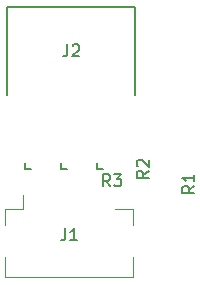
<source format=gto>
G04 #@! TF.GenerationSoftware,KiCad,Pcbnew,(5.0.1)-4*
G04 #@! TF.CreationDate,2019-03-10T19:19:02+01:00*
G04 #@! TF.ProjectId,wii_hdmi_pcb,7769695F68646D695F7063622E6B6963,rev?*
G04 #@! TF.SameCoordinates,Original*
G04 #@! TF.FileFunction,Legend,Top*
G04 #@! TF.FilePolarity,Positive*
%FSLAX46Y46*%
G04 Gerber Fmt 4.6, Leading zero omitted, Abs format (unit mm)*
G04 Created by KiCad (PCBNEW (5.0.1)-4) date 10.03.2019 19:19:02*
%MOMM*%
%LPD*%
G01*
G04 APERTURE LIST*
%ADD10C,0.120000*%
%ADD11C,0.150000*%
G04 APERTURE END LIST*
D10*
G04 #@! TO.C,J1*
X131152000Y-68928000D02*
X131152000Y-67728000D01*
X140462000Y-74728000D02*
X140462000Y-72988000D01*
X129662000Y-74728000D02*
X140462000Y-74728000D01*
X129662000Y-72988000D02*
X129662000Y-74728000D01*
X140462000Y-68928000D02*
X140462000Y-70268000D01*
X138972000Y-68928000D02*
X140462000Y-68928000D01*
X129662000Y-68928000D02*
X129662000Y-70268000D01*
X131152000Y-68928000D02*
X129662000Y-68928000D01*
D11*
G04 #@! TO.C,J2*
X140644000Y-51848000D02*
X129794000Y-51848000D01*
X140644000Y-51848000D02*
X140644000Y-59248000D01*
X129794000Y-51848000D02*
X129794000Y-59248000D01*
G04 #@! TO.C,U1*
X131318000Y-65024000D02*
X131318000Y-65532000D01*
X131318000Y-65532000D02*
X131826000Y-65532000D01*
G04 #@! TO.C,U2*
X134358000Y-65024000D02*
X134358000Y-65532000D01*
X134358000Y-65532000D02*
X134866000Y-65532000D01*
G04 #@! TO.C,U3*
X137414000Y-65024000D02*
X137414000Y-65532000D01*
X137414000Y-65532000D02*
X137922000Y-65532000D01*
G04 #@! TO.C,J1*
X134728666Y-70572380D02*
X134728666Y-71286666D01*
X134681047Y-71429523D01*
X134585809Y-71524761D01*
X134442952Y-71572380D01*
X134347714Y-71572380D01*
X135728666Y-71572380D02*
X135157238Y-71572380D01*
X135442952Y-71572380D02*
X135442952Y-70572380D01*
X135347714Y-70715238D01*
X135252476Y-70810476D01*
X135157238Y-70858095D01*
G04 #@! TO.C,J2*
X134910666Y-55000380D02*
X134910666Y-55714666D01*
X134863047Y-55857523D01*
X134767809Y-55952761D01*
X134624952Y-56000380D01*
X134529714Y-56000380D01*
X135339238Y-55095619D02*
X135386857Y-55048000D01*
X135482095Y-55000380D01*
X135720190Y-55000380D01*
X135815428Y-55048000D01*
X135863047Y-55095619D01*
X135910666Y-55190857D01*
X135910666Y-55286095D01*
X135863047Y-55428952D01*
X135291619Y-56000380D01*
X135910666Y-56000380D01*
G04 #@! TO.C,R1*
X145640380Y-66968666D02*
X145164190Y-67302000D01*
X145640380Y-67540095D02*
X144640380Y-67540095D01*
X144640380Y-67159142D01*
X144688000Y-67063904D01*
X144735619Y-67016285D01*
X144830857Y-66968666D01*
X144973714Y-66968666D01*
X145068952Y-67016285D01*
X145116571Y-67063904D01*
X145164190Y-67159142D01*
X145164190Y-67540095D01*
X145640380Y-66016285D02*
X145640380Y-66587714D01*
X145640380Y-66302000D02*
X144640380Y-66302000D01*
X144783238Y-66397238D01*
X144878476Y-66492476D01*
X144926095Y-66587714D01*
G04 #@! TO.C,R2*
X141776380Y-65698666D02*
X141300190Y-66032000D01*
X141776380Y-66270095D02*
X140776380Y-66270095D01*
X140776380Y-65889142D01*
X140824000Y-65793904D01*
X140871619Y-65746285D01*
X140966857Y-65698666D01*
X141109714Y-65698666D01*
X141204952Y-65746285D01*
X141252571Y-65793904D01*
X141300190Y-65889142D01*
X141300190Y-66270095D01*
X140871619Y-65317714D02*
X140824000Y-65270095D01*
X140776380Y-65174857D01*
X140776380Y-64936761D01*
X140824000Y-64841523D01*
X140871619Y-64793904D01*
X140966857Y-64746285D01*
X141062095Y-64746285D01*
X141204952Y-64793904D01*
X141776380Y-65365333D01*
X141776380Y-64746285D01*
G04 #@! TO.C,R3*
X138517333Y-67000380D02*
X138184000Y-66524190D01*
X137945904Y-67000380D02*
X137945904Y-66000380D01*
X138326857Y-66000380D01*
X138422095Y-66048000D01*
X138469714Y-66095619D01*
X138517333Y-66190857D01*
X138517333Y-66333714D01*
X138469714Y-66428952D01*
X138422095Y-66476571D01*
X138326857Y-66524190D01*
X137945904Y-66524190D01*
X138850666Y-66000380D02*
X139469714Y-66000380D01*
X139136380Y-66381333D01*
X139279238Y-66381333D01*
X139374476Y-66428952D01*
X139422095Y-66476571D01*
X139469714Y-66571809D01*
X139469714Y-66809904D01*
X139422095Y-66905142D01*
X139374476Y-66952761D01*
X139279238Y-67000380D01*
X138993523Y-67000380D01*
X138898285Y-66952761D01*
X138850666Y-66905142D01*
G04 #@! TD*
M02*

</source>
